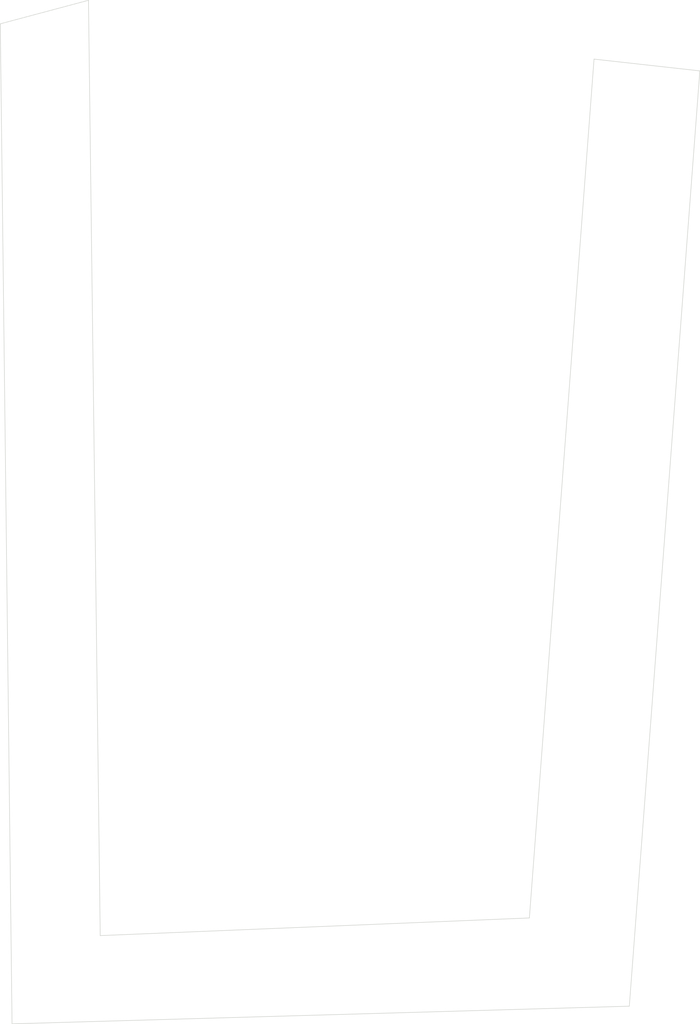
<source format=kicad_pcb>
(kicad_pcb (version 20221018) (generator pcbnew)

  (general
    (thickness 1.6)
  )

  (paper "A4")
  (layers
    (0 "F.Cu" signal)
    (31 "B.Cu" signal)
    (32 "B.Adhes" user "B.Adhesive")
    (33 "F.Adhes" user "F.Adhesive")
    (34 "B.Paste" user)
    (35 "F.Paste" user)
    (36 "B.SilkS" user "B.Silkscreen")
    (37 "F.SilkS" user "F.Silkscreen")
    (38 "B.Mask" user)
    (39 "F.Mask" user)
    (40 "Dwgs.User" user "User.Drawings")
    (41 "Cmts.User" user "User.Comments")
    (42 "Eco1.User" user "User.Eco1")
    (43 "Eco2.User" user "User.Eco2")
    (44 "Edge.Cuts" user)
    (45 "Margin" user)
    (46 "B.CrtYd" user "B.Courtyard")
    (47 "F.CrtYd" user "F.Courtyard")
    (48 "B.Fab" user)
    (49 "F.Fab" user)
    (50 "User.1" user)
    (51 "User.2" user)
    (52 "User.3" user)
    (53 "User.4" user)
    (54 "User.5" user)
    (55 "User.6" user)
    (56 "User.7" user)
    (57 "User.8" user)
    (58 "User.9" user)
  )

  (setup
    (stackup
      (layer "F.SilkS" (type "Top Silk Screen"))
      (layer "F.Paste" (type "Top Solder Paste"))
      (layer "F.Mask" (type "Top Solder Mask") (thickness 0.01))
      (layer "F.Cu" (type "copper") (thickness 0.035))
      (layer "dielectric 1" (type "core") (thickness 1.51) (material "FR4") (epsilon_r 4.5) (loss_tangent 0.02))
      (layer "B.Cu" (type "copper") (thickness 0.035))
      (layer "B.Mask" (type "Bottom Solder Mask") (thickness 0.01))
      (layer "B.Paste" (type "Bottom Solder Paste"))
      (layer "B.SilkS" (type "Bottom Silk Screen"))
      (copper_finish "None")
      (dielectric_constraints no)
    )
    (pad_to_mask_clearance 0)
    (pcbplotparams
      (layerselection 0x00010fc_ffffffff)
      (plot_on_all_layers_selection 0x0000000_00000000)
      (disableapertmacros false)
      (usegerberextensions false)
      (usegerberattributes true)
      (usegerberadvancedattributes true)
      (creategerberjobfile true)
      (dashed_line_dash_ratio 12.000000)
      (dashed_line_gap_ratio 3.000000)
      (svgprecision 4)
      (plotframeref false)
      (viasonmask false)
      (mode 1)
      (useauxorigin false)
      (hpglpennumber 1)
      (hpglpenspeed 20)
      (hpglpendiameter 15.000000)
      (dxfpolygonmode true)
      (dxfimperialunits true)
      (dxfusepcbnewfont true)
      (psnegative false)
      (psa4output false)
      (plotreference true)
      (plotvalue true)
      (plotinvisibletext false)
      (sketchpadsonfab false)
      (subtractmaskfromsilk false)
      (outputformat 1)
      (mirror false)
      (drillshape 1)
      (scaleselection 1)
      (outputdirectory "")
    )
  )

  (net 0 "")

  (gr_line (start 59.999965 6.483117) (end 50.999965 5.483117)
    (stroke (width 0.05) (type default)) (layer "Edge.Cuts") (tstamp 41c1b220-e36d-4632-a3a4-ca8f2a27a2dc))
  (gr_line (start 45.499965 78.483117) (end 8.999965 79.983117)
    (stroke (width 0.05) (type default)) (layer "Edge.Cuts") (tstamp 42d256db-16f6-46d3-9ba5-50eed0681516))
  (gr_line (start 1.499965 87.483117) (end 53.999965 85.983117)
    (stroke (width 0.05) (type default)) (layer "Edge.Cuts") (tstamp 473aafe5-dee5-4367-af45-4c59bcea102c))
  (gr_line (start 0.499965 2.483117) (end 1.499965 87.483117)
    (stroke (width 0.05) (type default)) (layer "Edge.Cuts") (tstamp 49152ece-ece1-47ef-877a-23e6865e1e57))
  (gr_line (start 50.999965 5.483117) (end 45.499965 78.483117)
    (stroke (width 0.05) (type default)) (layer "Edge.Cuts") (tstamp 5ac424ba-f9dd-4d48-9cfd-e3dc48494f60))
  (gr_line (start 8.999965 79.983117) (end 7.999965 0.483117)
    (stroke (width 0.05) (type default)) (layer "Edge.Cuts") (tstamp 6335a55e-8319-49fe-a338-3f1cbc6f51a5))
  (gr_line (start 7.999965 0.483117) (end 0.499965 2.483117)
    (stroke (width 0.05) (type default)) (layer "Edge.Cuts") (tstamp b102f0cc-a305-4689-b9e2-75a07e328ac5))
  (gr_line (start 53.999965 85.983117) (end 59.999965 6.483117)
    (stroke (width 0.05) (type default)) (layer "Edge.Cuts") (tstamp ff5ee8cc-b6a4-4ab8-a481-cb968c5d2edc))

)

</source>
